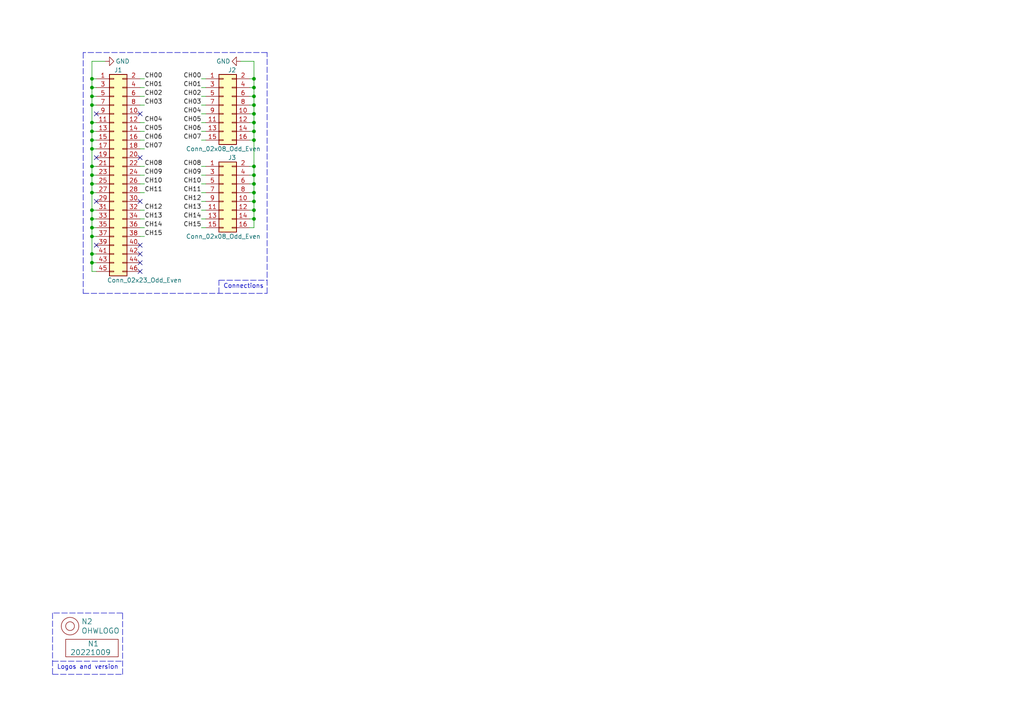
<source format=kicad_sch>
(kicad_sch (version 20211123) (generator eeschema)
  (paper "A4")
  (lib_symbols
    (symbol "Connector_Generic:Conn_02x08_Odd_Even" (pin_names (offset 1.016) hide)
      (property "Reference" "J" (at 1.27 10.16 0))
      (property "Value" "Conn_02x08_Odd_Even" (at 1.27 -12.7 0))
      (symbol "Conn_02x08_Odd_Even_1_1"
        (rectangle (start -1.27 -10.033) (end 0 -10.287) (stroke (width 0.1524)))
        (rectangle (start -1.27 -7.493) (end 0 -7.747) (stroke (width 0.1524)))
        (rectangle (start -1.27 -4.953) (end 0 -5.207) (stroke (width 0.1524)))
        (rectangle (start -1.27 -2.413) (end 0 -2.667) (stroke (width 0.1524)))
        (rectangle (start -1.27 0.127) (end 0 -0.127) (stroke (width 0.1524)))
        (rectangle (start -1.27 2.667) (end 0 2.413) (stroke (width 0.1524)))
        (rectangle (start -1.27 5.207) (end 0 4.953) (stroke (width 0.1524)))
        (rectangle (start -1.27 7.747) (end 0 7.493) (stroke (width 0.1524)))
        (rectangle (start -1.27 8.89) (end 3.81 -11.43) (stroke (width 0.254)) (fill (type background)))
        (rectangle (start 3.81 -10.033) (end 2.54 -10.287) (stroke (width 0.1524)))
        (rectangle (start 3.81 -7.493) (end 2.54 -7.747) (stroke (width 0.1524)))
        (rectangle (start 3.81 -4.953) (end 2.54 -5.207) (stroke (width 0.1524)))
        (rectangle (start 3.81 -2.413) (end 2.54 -2.667) (stroke (width 0.1524)))
        (rectangle (start 3.81 0.127) (end 2.54 -0.127) (stroke (width 0.1524)))
        (rectangle (start 3.81 2.667) (end 2.54 2.413) (stroke (width 0.1524)))
        (rectangle (start 3.81 5.207) (end 2.54 4.953) (stroke (width 0.1524)))
        (rectangle (start 3.81 7.747) (end 2.54 7.493) (stroke (width 0.1524)))
        (pin passive line (at -5.08 7.62 0) (length 3.81) (name "Pin_1") (number "1"))
        (pin passive line (at 7.62 -2.54 180) (length 3.81) (name "Pin_10") (number "10"))
        (pin passive line (at -5.08 -5.08 0) (length 3.81) (name "Pin_11") (number "11"))
        (pin passive line (at 7.62 -5.08 180) (length 3.81) (name "Pin_12") (number "12"))
        (pin passive line (at -5.08 -7.62 0) (length 3.81) (name "Pin_13") (number "13"))
        (pin passive line (at 7.62 -7.62 180) (length 3.81) (name "Pin_14") (number "14"))
        (pin passive line (at -5.08 -10.16 0) (length 3.81) (name "Pin_15") (number "15"))
        (pin passive line (at 7.62 -10.16 180) (length 3.81) (name "Pin_16") (number "16"))
        (pin passive line (at 7.62 7.62 180) (length 3.81) (name "Pin_2") (number "2"))
        (pin passive line (at -5.08 5.08 0) (length 3.81) (name "Pin_3") (number "3"))
        (pin passive line (at 7.62 5.08 180) (length 3.81) (name "Pin_4") (number "4"))
        (pin passive line (at -5.08 2.54 0) (length 3.81) (name "Pin_5") (number "5"))
        (pin passive line (at 7.62 2.54 180) (length 3.81) (name "Pin_6") (number "6"))
        (pin passive line (at -5.08 0 0) (length 3.81) (name "Pin_7") (number "7"))
        (pin passive line (at 7.62 0 180) (length 3.81) (name "Pin_8") (number "8"))
        (pin passive line (at -5.08 -2.54 0) (length 3.81) (name "Pin_9") (number "9"))
      )
    )
    (symbol "Connector_Generic:Conn_02x23_Odd_Even" (pin_names (offset 1.016) hide)
      (property "Reference" "J" (at 1.27 30.48 0))
      (property "Value" "Conn_02x23_Odd_Even" (at 1.27 -30.48 0))
      (symbol "Conn_02x23_Odd_Even_1_1"
        (rectangle (start -1.27 -27.813) (end 0 -28.067) (stroke (width 0.1524)))
        (rectangle (start -1.27 -25.273) (end 0 -25.527) (stroke (width 0.1524)))
        (rectangle (start -1.27 -22.733) (end 0 -22.987) (stroke (width 0.1524)))
        (rectangle (start -1.27 -20.193) (end 0 -20.447) (stroke (width 0.1524)))
        (rectangle (start -1.27 -17.653) (end 0 -17.907) (stroke (width 0.1524)))
        (rectangle (start -1.27 -15.113) (end 0 -15.367) (stroke (width 0.1524)))
        (rectangle (start -1.27 -12.573) (end 0 -12.827) (stroke (width 0.1524)))
        (rectangle (start -1.27 -10.033) (end 0 -10.287) (stroke (width 0.1524)))
        (rectangle (start -1.27 -7.493) (end 0 -7.747) (stroke (width 0.1524)))
        (rectangle (start -1.27 -4.953) (end 0 -5.207) (stroke (width 0.1524)))
        (rectangle (start -1.27 -2.413) (end 0 -2.667) (stroke (width 0.1524)))
        (rectangle (start -1.27 0.127) (end 0 -0.127) (stroke (width 0.1524)))
        (rectangle (start -1.27 2.667) (end 0 2.413) (stroke (width 0.1524)))
        (rectangle (start -1.27 5.207) (end 0 4.953) (stroke (width 0.1524)))
        (rectangle (start -1.27 7.747) (end 0 7.493) (stroke (width 0.1524)))
        (rectangle (start -1.27 10.287) (end 0 10.033) (stroke (width 0.1524)))
        (rectangle (start -1.27 12.827) (end 0 12.573) (stroke (width 0.1524)))
        (rectangle (start -1.27 15.367) (end 0 15.113) (stroke (width 0.1524)))
        (rectangle (start -1.27 17.907) (end 0 17.653) (stroke (width 0.1524)))
        (rectangle (start -1.27 20.447) (end 0 20.193) (stroke (width 0.1524)))
        (rectangle (start -1.27 22.987) (end 0 22.733) (stroke (width 0.1524)))
        (rectangle (start -1.27 25.527) (end 0 25.273) (stroke (width 0.1524)))
        (rectangle (start -1.27 28.067) (end 0 27.813) (stroke (width 0.1524)))
        (rectangle (start -1.27 29.21) (end 3.81 -29.21) (stroke (width 0.254)) (fill (type background)))
        (rectangle (start 3.81 -27.813) (end 2.54 -28.067) (stroke (width 0.1524)))
        (rectangle (start 3.81 -25.273) (end 2.54 -25.527) (stroke (width 0.1524)))
        (rectangle (start 3.81 -22.733) (end 2.54 -22.987) (stroke (width 0.1524)))
        (rectangle (start 3.81 -20.193) (end 2.54 -20.447) (stroke (width 0.1524)))
        (rectangle (start 3.81 -17.653) (end 2.54 -17.907) (stroke (width 0.1524)))
        (rectangle (start 3.81 -15.113) (end 2.54 -15.367) (stroke (width 0.1524)))
        (rectangle (start 3.81 -12.573) (end 2.54 -12.827) (stroke (width 0.1524)))
        (rectangle (start 3.81 -10.033) (end 2.54 -10.287) (stroke (width 0.1524)))
        (rectangle (start 3.81 -7.493) (end 2.54 -7.747) (stroke (width 0.1524)))
        (rectangle (start 3.81 -4.953) (end 2.54 -5.207) (stroke (width 0.1524)))
        (rectangle (start 3.81 -2.413) (end 2.54 -2.667) (stroke (width 0.1524)))
        (rectangle (start 3.81 0.127) (end 2.54 -0.127) (stroke (width 0.1524)))
        (rectangle (start 3.81 2.667) (end 2.54 2.413) (stroke (width 0.1524)))
        (rectangle (start 3.81 5.207) (end 2.54 4.953) (stroke (width 0.1524)))
        (rectangle (start 3.81 7.747) (end 2.54 7.493) (stroke (width 0.1524)))
        (rectangle (start 3.81 10.287) (end 2.54 10.033) (stroke (width 0.1524)))
        (rectangle (start 3.81 12.827) (end 2.54 12.573) (stroke (width 0.1524)))
        (rectangle (start 3.81 15.367) (end 2.54 15.113) (stroke (width 0.1524)))
        (rectangle (start 3.81 17.907) (end 2.54 17.653) (stroke (width 0.1524)))
        (rectangle (start 3.81 20.447) (end 2.54 20.193) (stroke (width 0.1524)))
        (rectangle (start 3.81 22.987) (end 2.54 22.733) (stroke (width 0.1524)))
        (rectangle (start 3.81 25.527) (end 2.54 25.273) (stroke (width 0.1524)))
        (rectangle (start 3.81 28.067) (end 2.54 27.813) (stroke (width 0.1524)))
        (pin passive line (at -5.08 27.94 0) (length 3.81) (name "Pin_1") (number "1"))
        (pin passive line (at 7.62 17.78 180) (length 3.81) (name "Pin_10") (number "10"))
        (pin passive line (at -5.08 15.24 0) (length 3.81) (name "Pin_11") (number "11"))
        (pin passive line (at 7.62 15.24 180) (length 3.81) (name "Pin_12") (number "12"))
        (pin passive line (at -5.08 12.7 0) (length 3.81) (name "Pin_13") (number "13"))
        (pin passive line (at 7.62 12.7 180) (length 3.81) (name "Pin_14") (number "14"))
        (pin passive line (at -5.08 10.16 0) (length 3.81) (name "Pin_15") (number "15"))
        (pin passive line (at 7.62 10.16 180) (length 3.81) (name "Pin_16") (number "16"))
        (pin passive line (at -5.08 7.62 0) (length 3.81) (name "Pin_17") (number "17"))
        (pin passive line (at 7.62 7.62 180) (length 3.81) (name "Pin_18") (number "18"))
        (pin passive line (at -5.08 5.08 0) (length 3.81) (name "Pin_19") (number "19"))
        (pin passive line (at 7.62 27.94 180) (length 3.81) (name "Pin_2") (number "2"))
        (pin passive line (at 7.62 5.08 180) (length 3.81) (name "Pin_20") (number "20"))
        (pin passive line (at -5.08 2.54 0) (length 3.81) (name "Pin_21") (number "21"))
        (pin passive line (at 7.62 2.54 180) (length 3.81) (name "Pin_22") (number "22"))
        (pin passive line (at -5.08 0 0) (length 3.81) (name "Pin_23") (number "23"))
        (pin passive line (at 7.62 0 180) (length 3.81) (name "Pin_24") (number "24"))
        (pin passive line (at -5.08 -2.54 0) (length 3.81) (name "Pin_25") (number "25"))
        (pin passive line (at 7.62 -2.54 180) (length 3.81) (name "Pin_26") (number "26"))
        (pin passive line (at -5.08 -5.08 0) (length 3.81) (name "Pin_27") (number "27"))
        (pin passive line (at 7.62 -5.08 180) (length 3.81) (name "Pin_28") (number "28"))
        (pin passive line (at -5.08 -7.62 0) (length 3.81) (name "Pin_29") (number "29"))
        (pin passive line (at -5.08 25.4 0) (length 3.81) (name "Pin_3") (number "3"))
        (pin passive line (at 7.62 -7.62 180) (length 3.81) (name "Pin_30") (number "30"))
        (pin passive line (at -5.08 -10.16 0) (length 3.81) (name "Pin_31") (number "31"))
        (pin passive line (at 7.62 -10.16 180) (length 3.81) (name "Pin_32") (number "32"))
        (pin passive line (at -5.08 -12.7 0) (length 3.81) (name "Pin_33") (number "33"))
        (pin passive line (at 7.62 -12.7 180) (length 3.81) (name "Pin_34") (number "34"))
        (pin passive line (at -5.08 -15.24 0) (length 3.81) (name "Pin_35") (number "35"))
        (pin passive line (at 7.62 -15.24 180) (length 3.81) (name "Pin_36") (number "36"))
        (pin passive line (at -5.08 -17.78 0) (length 3.81) (name "Pin_37") (number "37"))
        (pin passive line (at 7.62 -17.78 180) (length 3.81) (name "Pin_38") (number "38"))
        (pin passive line (at -5.08 -20.32 0) (length 3.81) (name "Pin_39") (number "39"))
        (pin passive line (at 7.62 25.4 180) (length 3.81) (name "Pin_4") (number "4"))
        (pin passive line (at 7.62 -20.32 180) (length 3.81) (name "Pin_40") (number "40"))
        (pin passive line (at -5.08 -22.86 0) (length 3.81) (name "Pin_41") (number "41"))
        (pin passive line (at 7.62 -22.86 180) (length 3.81) (name "Pin_42") (number "42"))
        (pin passive line (at -5.08 -25.4 0) (length 3.81) (name "Pin_43") (number "43"))
        (pin passive line (at 7.62 -25.4 180) (length 3.81) (name "Pin_44") (number "44"))
        (pin passive line (at -5.08 -27.94 0) (length 3.81) (name "Pin_45") (number "45"))
        (pin passive line (at 7.62 -27.94 180) (length 3.81) (name "Pin_46") (number "46"))
        (pin passive line (at -5.08 22.86 0) (length 3.81) (name "Pin_5") (number "5"))
        (pin passive line (at 7.62 22.86 180) (length 3.81) (name "Pin_6") (number "6"))
        (pin passive line (at -5.08 20.32 0) (length 3.81) (name "Pin_7") (number "7"))
        (pin passive line (at 7.62 20.32 180) (length 3.81) (name "Pin_8") (number "8"))
        (pin passive line (at -5.08 17.78 0) (length 3.81) (name "Pin_9") (number "9"))
      )
    )
    (symbol "SquantorLabels:OHWLOGO" (pin_names (offset 1.016))
      (property "Reference" "N" (at 0 3.81 0))
      (property "Value" "OHWLOGO" (at 0 -3.81 0))
      (symbol "OHWLOGO_0_1"
        (circle (center 0 0) (radius 1.27))
        (circle (center 0 0) (radius 2.54))
      )
    )
    (symbol "SquantorLabels:VYYYYMMDD" (pin_names (offset 1.016))
      (property "Reference" "N" (at 0 2.54 0))
      (property "Value" "VYYYYMMDD" (at 0 0 0))
      (symbol "VYYYYMMDD_0_1"
        (rectangle (start 7.62 -1.27) (end -7.62 3.81))
      )
    )
    (symbol "power:GND" (power) (pin_names (offset 0))
      (property "Value" "GND" (at 0 -3.81 0))
      (symbol "GND_0_1"
        (polyline (pts (xy 0 0) (xy 0 -1.27) (xy 1.27 -1.27) (xy 0 -2.54) (xy -1.27 -1.27) (xy 0 -1.27)))
      )
      (symbol "GND_1_1"
        (pin power_in line (at 0 0 270) (length 0) hide (name "GND") (number "1"))
      )
    )
  )
  (junction (at 26.67 76.2))
  (junction (at 73.66 27.94))
  (junction (at 73.66 58.42))
  (junction (at 26.67 55.88))
  (junction (at 26.67 40.64))
  (junction (at 26.67 63.5))
  (junction (at 26.67 25.4))
  (junction (at 73.66 40.64))
  (junction (at 73.66 22.86))
  (junction (at 73.66 38.1))
  (junction (at 73.66 30.48))
  (junction (at 26.67 27.94))
  (junction (at 26.67 30.48))
  (junction (at 26.67 38.1))
  (junction (at 26.67 66.04))
  (junction (at 73.66 25.4))
  (junction (at 73.66 63.5))
  (junction (at 26.67 50.8))
  (junction (at 73.66 33.02))
  (junction (at 73.66 55.88))
  (junction (at 26.67 68.58))
  (junction (at 73.66 60.96))
  (junction (at 73.66 53.34))
  (junction (at 26.67 22.86))
  (junction (at 73.66 35.56))
  (junction (at 26.67 48.26))
  (junction (at 26.67 35.56))
  (junction (at 73.66 50.8))
  (junction (at 26.67 43.18))
  (junction (at 73.66 48.26))
  (junction (at 26.67 53.34))
  (junction (at 26.67 73.66))
  (junction (at 26.67 60.96))
  (no_connect (at 40.64 73.66))
  (no_connect (at 40.64 76.2))
  (no_connect (at 40.64 78.74))
  (no_connect (at 27.94 33.02))
  (no_connect (at 40.64 33.02))
  (no_connect (at 27.94 45.72))
  (no_connect (at 40.64 45.72))
  (no_connect (at 27.94 58.42))
  (no_connect (at 40.64 58.42))
  (no_connect (at 27.94 71.12))
  (no_connect (at 40.64 71.12))
  (wire (pts (xy 73.66 40.64) (xy 73.66 38.1)))
  (wire (pts (xy 72.39 30.48) (xy 73.66 30.48)))
  (polyline (pts (xy 63.5 85.09) (xy 63.5 81.28)))
  (wire (pts (xy 40.64 68.58) (xy 41.91 68.58)))
  (wire (pts (xy 40.64 40.64) (xy 41.91 40.64)))
  (wire (pts (xy 40.64 43.18) (xy 41.91 43.18)))
  (wire (pts (xy 26.67 35.56) (xy 27.94 35.56)))
  (wire (pts (xy 26.67 35.56) (xy 26.67 38.1)))
  (wire (pts (xy 40.64 50.8) (xy 41.91 50.8)))
  (wire (pts (xy 40.64 22.86) (xy 41.91 22.86)))
  (polyline (pts (xy 24.13 85.09) (xy 77.47 85.09)))
  (wire (pts (xy 72.39 33.02) (xy 73.66 33.02)))
  (wire (pts (xy 26.67 30.48) (xy 26.67 35.56)))
  (wire (pts (xy 73.66 58.42) (xy 73.66 55.88)))
  (wire (pts (xy 40.64 48.26) (xy 41.91 48.26)))
  (wire (pts (xy 26.67 53.34) (xy 27.94 53.34)))
  (wire (pts (xy 58.42 40.64) (xy 59.69 40.64)))
  (wire (pts (xy 58.42 22.86) (xy 59.69 22.86)))
  (wire (pts (xy 58.42 63.5) (xy 59.69 63.5)))
  (wire (pts (xy 58.42 27.94) (xy 59.69 27.94)))
  (wire (pts (xy 72.39 66.04) (xy 73.66 66.04)))
  (wire (pts (xy 40.64 27.94) (xy 41.91 27.94)))
  (wire (pts (xy 26.67 68.58) (xy 26.67 73.66)))
  (polyline (pts (xy 15.24 177.8) (xy 15.24 195.58)))
  (wire (pts (xy 58.42 50.8) (xy 59.69 50.8)))
  (polyline (pts (xy 35.56 177.8) (xy 15.24 177.8)))
  (wire (pts (xy 58.42 58.42) (xy 59.69 58.42)))
  (wire (pts (xy 73.66 40.64) (xy 73.66 48.26)))
  (polyline (pts (xy 24.13 15.24) (xy 24.13 85.09)))
  (wire (pts (xy 26.67 22.86) (xy 26.67 25.4)))
  (wire (pts (xy 73.66 33.02) (xy 73.66 30.48)))
  (wire (pts (xy 58.42 25.4) (xy 59.69 25.4)))
  (wire (pts (xy 40.64 30.48) (xy 41.91 30.48)))
  (wire (pts (xy 73.66 66.04) (xy 73.66 63.5)))
  (wire (pts (xy 73.66 22.86) (xy 72.39 22.86)))
  (wire (pts (xy 26.67 53.34) (xy 26.67 55.88)))
  (wire (pts (xy 26.67 50.8) (xy 27.94 50.8)))
  (wire (pts (xy 26.67 76.2) (xy 26.67 78.74)))
  (wire (pts (xy 40.64 53.34) (xy 41.91 53.34)))
  (wire (pts (xy 73.66 48.26) (xy 72.39 48.26)))
  (wire (pts (xy 72.39 40.64) (xy 73.66 40.64)))
  (wire (pts (xy 26.67 48.26) (xy 26.67 50.8)))
  (wire (pts (xy 72.39 27.94) (xy 73.66 27.94)))
  (wire (pts (xy 40.64 55.88) (xy 41.91 55.88)))
  (wire (pts (xy 58.42 38.1) (xy 59.69 38.1)))
  (wire (pts (xy 58.42 60.96) (xy 59.69 60.96)))
  (wire (pts (xy 27.94 22.86) (xy 26.67 22.86)))
  (wire (pts (xy 73.66 17.78) (xy 73.66 22.86)))
  (wire (pts (xy 58.42 33.02) (xy 59.69 33.02)))
  (wire (pts (xy 73.66 35.56) (xy 73.66 33.02)))
  (wire (pts (xy 26.67 55.88) (xy 27.94 55.88)))
  (wire (pts (xy 26.67 38.1) (xy 27.94 38.1)))
  (wire (pts (xy 72.39 25.4) (xy 73.66 25.4)))
  (wire (pts (xy 73.66 30.48) (xy 73.66 27.94)))
  (polyline (pts (xy 77.47 85.09) (xy 77.47 15.24)))
  (wire (pts (xy 40.64 66.04) (xy 41.91 66.04)))
  (wire (pts (xy 26.67 38.1) (xy 26.67 40.64)))
  (wire (pts (xy 58.42 66.04) (xy 59.69 66.04)))
  (wire (pts (xy 40.64 60.96) (xy 41.91 60.96)))
  (wire (pts (xy 58.42 30.48) (xy 59.69 30.48)))
  (wire (pts (xy 58.42 35.56) (xy 59.69 35.56)))
  (wire (pts (xy 72.39 55.88) (xy 73.66 55.88)))
  (wire (pts (xy 72.39 53.34) (xy 73.66 53.34)))
  (wire (pts (xy 58.42 53.34) (xy 59.69 53.34)))
  (wire (pts (xy 72.39 58.42) (xy 73.66 58.42)))
  (wire (pts (xy 72.39 35.56) (xy 73.66 35.56)))
  (wire (pts (xy 26.67 73.66) (xy 26.67 76.2)))
  (wire (pts (xy 26.67 60.96) (xy 27.94 60.96)))
  (wire (pts (xy 40.64 35.56) (xy 41.91 35.56)))
  (wire (pts (xy 40.64 38.1) (xy 41.91 38.1)))
  (wire (pts (xy 26.67 17.78) (xy 30.48 17.78)))
  (wire (pts (xy 26.67 25.4) (xy 26.67 27.94)))
  (wire (pts (xy 26.67 30.48) (xy 27.94 30.48)))
  (wire (pts (xy 26.67 55.88) (xy 26.67 60.96)))
  (wire (pts (xy 72.39 38.1) (xy 73.66 38.1)))
  (wire (pts (xy 73.66 38.1) (xy 73.66 35.56)))
  (wire (pts (xy 26.67 22.86) (xy 26.67 17.78)))
  (wire (pts (xy 27.94 76.2) (xy 26.67 76.2)))
  (wire (pts (xy 40.64 63.5) (xy 41.91 63.5)))
  (polyline (pts (xy 63.5 81.28) (xy 77.47 81.28)))
  (wire (pts (xy 26.67 63.5) (xy 26.67 66.04)))
  (polyline (pts (xy 77.47 15.24) (xy 24.13 15.24)))
  (wire (pts (xy 72.39 50.8) (xy 73.66 50.8)))
  (polyline (pts (xy 35.56 195.58) (xy 35.56 177.8)))
  (wire (pts (xy 26.67 66.04) (xy 26.67 68.58)))
  (wire (pts (xy 26.67 40.64) (xy 26.67 43.18)))
  (wire (pts (xy 27.94 78.74) (xy 26.67 78.74)))
  (wire (pts (xy 26.67 40.64) (xy 27.94 40.64)))
  (polyline (pts (xy 15.24 195.58) (xy 35.56 195.58)))
  (wire (pts (xy 27.94 68.58) (xy 26.67 68.58)))
  (wire (pts (xy 73.66 50.8) (xy 73.66 48.26)))
  (wire (pts (xy 27.94 73.66) (xy 26.67 73.66)))
  (wire (pts (xy 73.66 27.94) (xy 73.66 25.4)))
  (wire (pts (xy 26.67 48.26) (xy 27.94 48.26)))
  (wire (pts (xy 73.66 17.78) (xy 69.85 17.78)))
  (wire (pts (xy 72.39 60.96) (xy 73.66 60.96)))
  (wire (pts (xy 58.42 48.26) (xy 59.69 48.26)))
  (wire (pts (xy 26.67 27.94) (xy 27.94 27.94)))
  (wire (pts (xy 26.67 27.94) (xy 26.67 30.48)))
  (wire (pts (xy 40.64 25.4) (xy 41.91 25.4)))
  (wire (pts (xy 26.67 60.96) (xy 26.67 63.5)))
  (wire (pts (xy 26.67 25.4) (xy 27.94 25.4)))
  (wire (pts (xy 26.67 50.8) (xy 26.67 53.34)))
  (wire (pts (xy 73.66 25.4) (xy 73.66 22.86)))
  (wire (pts (xy 73.66 55.88) (xy 73.66 53.34)))
  (wire (pts (xy 72.39 63.5) (xy 73.66 63.5)))
  (wire (pts (xy 73.66 60.96) (xy 73.66 58.42)))
  (wire (pts (xy 26.67 43.18) (xy 27.94 43.18)))
  (wire (pts (xy 27.94 66.04) (xy 26.67 66.04)))
  (wire (pts (xy 26.67 43.18) (xy 26.67 48.26)))
  (wire (pts (xy 73.66 63.5) (xy 73.66 60.96)))
  (polyline (pts (xy 15.24 191.77) (xy 35.56 191.77)))
  (wire (pts (xy 73.66 53.34) (xy 73.66 50.8)))
  (wire (pts (xy 58.42 55.88) (xy 59.69 55.88)))
  (wire (pts (xy 26.67 63.5) (xy 27.94 63.5)))
  (text "Logos and version" (at 16.51 194.31 0) (effects (font (size 1.27 1.27)) (justify left bottom)))
  (text "Connections" (at 64.77 83.82 0) (effects (font (size 1.27 1.27)) (justify left bottom)))
  (label "CH14" (at 41.91 66.04 0))
  (label "CH05" (at 41.91 38.1 0))
  (label "CH08" (at 41.91 48.26 0))
  (label "CH14" (at 58.42 63.5 180))
  (label "CH00" (at 41.91 22.86 0))
  (label "CH06" (at 58.42 38.1 180))
  (label "CH02" (at 58.42 27.94 180))
  (label "CH04" (at 41.91 35.56 0))
  (label "CH11" (at 41.91 55.88 0))
  (label "CH03" (at 41.91 30.48 0))
  (label "CH11" (at 58.42 55.88 180))
  (label "CH15" (at 41.91 68.58 0))
  (label "CH05" (at 58.42 35.56 180))
  (label "CH00" (at 58.42 22.86 180))
  (label "CH13" (at 41.91 63.5 0))
  (label "CH06" (at 41.91 40.64 0))
  (label "CH15" (at 58.42 66.04 180))
  (label "CH01" (at 58.42 25.4 180))
  (label "CH07" (at 58.42 40.64 180))
  (label "CH09" (at 41.91 50.8 0))
  (label "CH12" (at 58.42 58.42 180))
  (label "CH12" (at 41.91 60.96 0))
  (label "CH02" (at 41.91 27.94 0))
  (label "CH01" (at 41.91 25.4 0))
  (label "CH09" (at 58.42 50.8 180))
  (label "CH13" (at 58.42 60.96 180))
  (label "CH04" (at 58.42 33.02 180))
  (label "CH10" (at 58.42 53.34 180))
  (label "CH08" (at 58.42 48.26 180))
  (label "CH10" (at 41.91 53.34 0))
  (label "CH03" (at 58.42 30.48 180))
  (label "CH07" (at 41.91 43.18 0))
  (symbol (lib_id "SquantorLabels:VYYYYMMDD") (at 26.67 189.23 0) (unit 1)
    (property "Reference" "N1" (at 25.4 186.69 0) (effects (font (size 1.524 1.524)) (justify left)))
    (property "Value" "20221009" (at 20.32 189.23 0) (effects (font (size 1.524 1.524)) (justify left)))
    (property "Footprint" "SquantorLabels:Label_Generic" (effects hide))
  )
  (symbol (lib_id "SquantorLabels:OHWLOGO") (at 20.32 181.61 0) (unit 1)
    (property "Reference" "N2" (at 23.5712 180.2638 0) (effects (font (size 1.524 1.524)) (justify left)))
    (property "Value" "OHWLOGO" (at 23.5712 182.9562 0) (effects (font (size 1.524 1.524)) (justify left)))
    (property "Footprint" "Symbol:OSHW-Symbol_6.7x6mm_SilkScreen" (effects hide))
  )
  (symbol (lib_id "power:GND") (at 30.48 17.78 90) (mirror x) (unit 1)
    (property "Reference" "#PWR0101" (effects hide))
    (property "Value" "GND" (at 35.56 17.78 90))
  )
  (symbol (lib_id "power:GND") (at 69.85 17.78 270) (mirror x) (unit 1)
    (property "Reference" "#PWR0103" (effects hide))
    (property "Value" "GND" (at 64.77 17.78 90))
  )
  (symbol (lib_id "Connector_Generic:Conn_02x08_Odd_Even") (at 64.77 30.48 0) (unit 1)
    (property "Reference" "J2" (at 67.31 20.32 0))
    (property "Value" "Conn_02x08_Odd_Even" (at 64.77 43.18 0))
    (property "Footprint" "Connector_PinHeader_1.27mm:PinHeader_2x08_P1.27mm_Vertical" (effects hide))
  )
  (symbol (lib_id "Connector_Generic:Conn_02x08_Odd_Even") (at 64.77 55.88 0) (unit 1)
    (property "Reference" "J3" (at 67.31 45.72 0))
    (property "Value" "Conn_02x08_Odd_Even" (at 64.77 68.58 0))
    (property "Footprint" "Connector_PinHeader_1.27mm:PinHeader_2x08_P1.27mm_Vertical" (effects hide))
  )
  (symbol (lib_id "Connector_Generic:Conn_02x23_Odd_Even") (at 33.02 50.8 0) (unit 1)
    (property "Reference" "J1" (at 34.29 20.32 0))
    (property "Value" "Conn_02x23_Odd_Even" (at 41.91 81.28 0))
    (property "Footprint" "Connector_PinHeader_1.27mm:PinHeader_2x22_P1.27mm_Vertical" (effects hide))
  )
)
</source>
